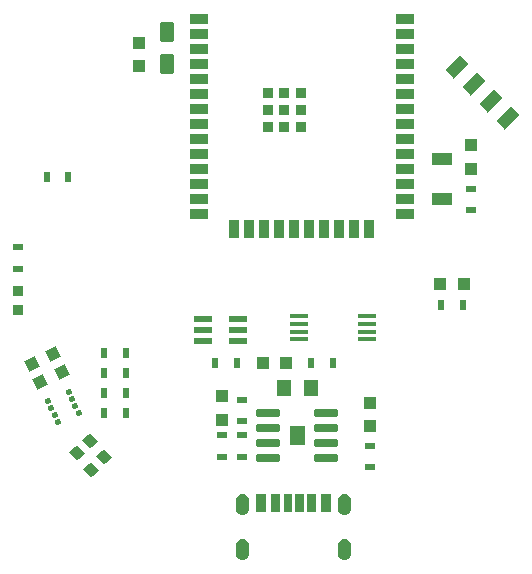
<source format=gtp>
G04*
G04 #@! TF.GenerationSoftware,Altium Limited,Altium Designer,21.2.1 (34)*
G04*
G04 Layer_Color=8421504*
%FSTAX24Y24*%
%MOIN*%
G70*
G04*
G04 #@! TF.SameCoordinates,69041C72-035C-4FA9-9E98-1EB6260ED9D6*
G04*
G04*
G04 #@! TF.FilePolarity,Positive*
G04*
G01*
G75*
%ADD18R,0.0354X0.0236*%
%ADD19R,0.0394X0.0394*%
%ADD20R,0.0236X0.0354*%
G04:AMPARAMS|DCode=21|XSize=40mil|YSize=70mil|CornerRadius=0mil|HoleSize=0mil|Usage=FLASHONLY|Rotation=134.000|XOffset=0mil|YOffset=0mil|HoleType=Round|Shape=Rectangle|*
%AMROTATEDRECTD21*
4,1,4,0.0391,0.0099,-0.0113,-0.0387,-0.0391,-0.0099,0.0113,0.0387,0.0391,0.0099,0.0*
%
%ADD21ROTATEDRECTD21*%

%ADD22P,0.0557X4X160.0*%
%ADD23R,0.0354X0.0591*%
%ADD24R,0.0591X0.0354*%
G04:AMPARAMS|DCode=25|XSize=19.3mil|YSize=17.7mil|CornerRadius=2.2mil|HoleSize=0mil|Usage=FLASHONLY|Rotation=25.000|XOffset=0mil|YOffset=0mil|HoleType=Round|Shape=RoundedRectangle|*
%AMROUNDEDRECTD25*
21,1,0.0193,0.0133,0,0,25.0*
21,1,0.0149,0.0177,0,0,25.0*
1,1,0.0044,0.0095,-0.0029*
1,1,0.0044,-0.0039,-0.0092*
1,1,0.0044,-0.0095,0.0029*
1,1,0.0044,0.0039,0.0092*
%
%ADD25ROUNDEDRECTD25*%
%ADD26R,0.0382X0.0362*%
%ADD27R,0.0394X0.0394*%
%ADD28R,0.0614X0.0161*%
G04:AMPARAMS|DCode=29|XSize=36.2mil|YSize=38.2mil|CornerRadius=0mil|HoleSize=0mil|Usage=FLASHONLY|Rotation=43.000|XOffset=0mil|YOffset=0mil|HoleType=Round|Shape=Rectangle|*
%AMROTATEDRECTD29*
4,1,4,-0.0002,-0.0263,-0.0263,0.0016,0.0002,0.0263,0.0263,-0.0016,-0.0002,-0.0263,0.0*
%
%ADD29ROTATEDRECTD29*%

%ADD30R,0.0500X0.0550*%
%ADD31R,0.0591X0.0236*%
G04:AMPARAMS|DCode=32|XSize=77.6mil|YSize=23.6mil|CornerRadius=3mil|HoleSize=0mil|Usage=FLASHONLY|Rotation=180.000|XOffset=0mil|YOffset=0mil|HoleType=Round|Shape=RoundedRectangle|*
%AMROUNDEDRECTD32*
21,1,0.0776,0.0177,0,0,180.0*
21,1,0.0717,0.0236,0,0,180.0*
1,1,0.0059,-0.0358,0.0089*
1,1,0.0059,0.0358,0.0089*
1,1,0.0059,0.0358,-0.0089*
1,1,0.0059,-0.0358,-0.0089*
%
%ADD32ROUNDEDRECTD32*%
%ADD33R,0.0315X0.0591*%
%ADD34R,0.0299X0.0591*%
%ADD35R,0.0276X0.0591*%
%ADD36R,0.0354X0.0354*%
G04:AMPARAMS|DCode=37|XSize=67.3mil|YSize=48.4mil|CornerRadius=6.1mil|HoleSize=0mil|Usage=FLASHONLY|Rotation=90.000|XOffset=0mil|YOffset=0mil|HoleType=Round|Shape=RoundedRectangle|*
%AMROUNDEDRECTD37*
21,1,0.0673,0.0363,0,0,90.0*
21,1,0.0552,0.0484,0,0,90.0*
1,1,0.0121,0.0182,0.0276*
1,1,0.0121,0.0182,-0.0276*
1,1,0.0121,-0.0182,-0.0276*
1,1,0.0121,-0.0182,0.0276*
%
%ADD37ROUNDEDRECTD37*%
%ADD38R,0.0669X0.0394*%
G36*
X011238Y005701D02*
X01073D01*
Y006346D01*
X011238D01*
Y005701D01*
D02*
G37*
G36*
X012106Y00347D02*
X011791D01*
Y00406D01*
X012106D01*
Y00347D01*
D02*
G37*
G36*
X011614D02*
X011315D01*
Y00406D01*
X011614D01*
Y00347D01*
D02*
G37*
G36*
X011201D02*
X010925D01*
Y00406D01*
X011201D01*
Y00347D01*
D02*
G37*
G36*
X010807D02*
X010531D01*
Y00406D01*
X010807D01*
Y00347D01*
D02*
G37*
G36*
X010417D02*
X010118D01*
Y00406D01*
X010417D01*
Y00347D01*
D02*
G37*
G36*
X009941D02*
X009626D01*
Y00406D01*
X009941D01*
Y00347D01*
D02*
G37*
G36*
X01269Y004028D02*
X012751Y003967D01*
X012783Y003887D01*
Y003844D01*
Y003568D01*
Y003525D01*
X012751Y003446D01*
X01269Y003385D01*
X01261Y003352D01*
X012524D01*
X012444Y003385D01*
X012383Y003446D01*
X01235Y003525D01*
Y003568D01*
Y003844D01*
Y003887D01*
X012383Y003967D01*
X012444Y004028D01*
X012524Y00406D01*
X01261D01*
X01269Y004028D01*
D02*
G37*
G36*
X009288D02*
X009349Y003967D01*
X009382Y003887D01*
Y003844D01*
Y003568D01*
Y003525D01*
X009349Y003446D01*
X009288Y003385D01*
X009208Y003352D01*
X009122D01*
X009043Y003385D01*
X008982Y003446D01*
X008949Y003525D01*
Y003568D01*
Y003844D01*
Y003887D01*
X008982Y003967D01*
X009043Y004028D01*
X009122Y00406D01*
X009208D01*
X009288Y004028D01*
D02*
G37*
G36*
X01269Y002532D02*
X012751Y002471D01*
X012783Y002391D01*
Y002348D01*
Y002072D01*
Y002029D01*
X012751Y00195D01*
X01269Y001889D01*
X01261Y001856D01*
X012524D01*
X012444Y001889D01*
X012383Y00195D01*
X01235Y002029D01*
Y002072D01*
Y002348D01*
Y002391D01*
X012383Y002471D01*
X012444Y002532D01*
X012524Y002564D01*
X01261D01*
X01269Y002532D01*
D02*
G37*
G36*
X009288D02*
X009349Y002471D01*
X009382Y002391D01*
Y002348D01*
Y002072D01*
Y002029D01*
X009349Y00195D01*
X009288Y001889D01*
X009208Y001856D01*
X009122D01*
X009043Y001889D01*
X008982Y00195D01*
X008949Y002029D01*
Y002072D01*
Y002348D01*
Y002391D01*
X008982Y002471D01*
X009043Y002532D01*
X009122Y002564D01*
X009208D01*
X009288Y002532D01*
D02*
G37*
D18*
X009134Y00649D02*
D03*
X009134Y007205D02*
D03*
X001693Y011579D02*
D03*
X001693Y012294D02*
D03*
X008465Y005304D02*
D03*
X008465Y006019D02*
D03*
X009134Y005304D02*
D03*
X009134Y006019D02*
D03*
X013425Y00568D02*
D03*
X013425Y004965D02*
D03*
X016772Y014248D02*
D03*
X016772Y013533D02*
D03*
D19*
X008475Y006549D02*
D03*
Y007339D02*
D03*
X013415Y006322D02*
D03*
Y007112D02*
D03*
X005719Y018321D02*
D03*
Y019111D02*
D03*
X016782Y014896D02*
D03*
Y015686D02*
D03*
D20*
X004556Y006772D02*
D03*
X005271Y006772D02*
D03*
X004556Y00811D02*
D03*
Y007441D02*
D03*
X005271Y00878D02*
D03*
X004556Y008779D02*
D03*
X005271Y00811D02*
D03*
Y007441D02*
D03*
X016507Y010354D02*
D03*
X015792Y010354D02*
D03*
X012176Y008425D02*
D03*
X011461Y008425D02*
D03*
X008257Y008425D02*
D03*
X008972Y008425D02*
D03*
X002642Y014626D02*
D03*
X003357Y014626D02*
D03*
D21*
X017997Y01659D02*
D03*
X017441Y017165D02*
D03*
X016885Y017741D02*
D03*
X016329Y018316D02*
D03*
D22*
X002139Y008392D02*
D03*
X002855Y008726D02*
D03*
X003135Y008122D02*
D03*
X002419Y007789D02*
D03*
D23*
X012894Y012913D02*
D03*
X008894D02*
D03*
X009394D02*
D03*
X009894D02*
D03*
X010394D02*
D03*
X010894D02*
D03*
X013394D02*
D03*
X012394D02*
D03*
X011894D02*
D03*
X011394D02*
D03*
D24*
X007699Y013906D02*
D03*
X014589Y017406D02*
D03*
Y018906D02*
D03*
Y019906D02*
D03*
Y019406D02*
D03*
Y018406D02*
D03*
Y017906D02*
D03*
Y016906D02*
D03*
Y016406D02*
D03*
Y015906D02*
D03*
Y015406D02*
D03*
Y014906D02*
D03*
Y014406D02*
D03*
Y013906D02*
D03*
Y013406D02*
D03*
X007699Y019906D02*
D03*
Y019406D02*
D03*
Y018906D02*
D03*
Y018406D02*
D03*
Y017906D02*
D03*
Y017406D02*
D03*
Y016906D02*
D03*
Y016406D02*
D03*
Y015906D02*
D03*
Y015406D02*
D03*
Y014906D02*
D03*
Y014406D02*
D03*
Y013406D02*
D03*
D25*
X003589Y007014D02*
D03*
X003697Y006782D02*
D03*
X003005Y006459D02*
D03*
X002681Y007155D02*
D03*
X002789Y006923D02*
D03*
X002897Y006691D02*
D03*
X003373Y007478D02*
D03*
X003481Y007246D02*
D03*
D26*
X001693Y010207D02*
D03*
Y010817D02*
D03*
D27*
X016552Y011053D02*
D03*
X015762D02*
D03*
X009833Y008435D02*
D03*
X010623D02*
D03*
D28*
X013299Y00999D02*
D03*
Y009734D02*
D03*
Y009478D02*
D03*
Y009222D02*
D03*
X011032D02*
D03*
Y009478D02*
D03*
Y009734D02*
D03*
Y00999D02*
D03*
D29*
X003635Y005422D02*
D03*
X004081Y005838D02*
D03*
X004108Y004871D02*
D03*
X004554Y005287D02*
D03*
D30*
X011434Y007598D02*
D03*
X010534D02*
D03*
D31*
X007835Y009528D02*
D03*
X009016Y009154D02*
D03*
Y009528D02*
D03*
Y009902D02*
D03*
X007835D02*
D03*
Y009154D02*
D03*
D32*
X01001Y005274D02*
D03*
Y005774D02*
D03*
Y006274D02*
D03*
Y006774D02*
D03*
X011959D02*
D03*
Y006274D02*
D03*
Y005774D02*
D03*
Y005274D02*
D03*
D33*
X011949Y003765D02*
D03*
X009783D02*
D03*
D34*
X011465D02*
D03*
X010268D02*
D03*
D35*
X010669D02*
D03*
X011063D02*
D03*
D36*
X011104Y016315D02*
D03*
X010002D02*
D03*
X010553D02*
D03*
X011104Y017417D02*
D03*
X010002D02*
D03*
X010553D02*
D03*
X011104Y016866D02*
D03*
X010002D02*
D03*
X010553D02*
D03*
D37*
X006654Y019468D02*
D03*
Y018406D02*
D03*
D38*
X015827Y015236D02*
D03*
Y013898D02*
D03*
M02*

</source>
